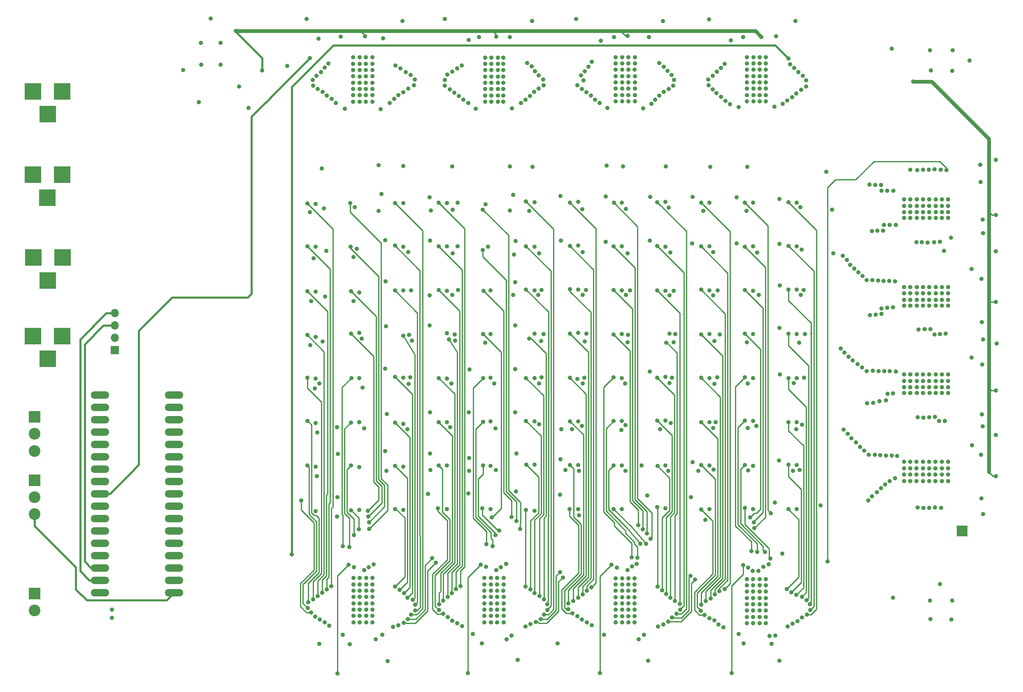
<source format=gbr>
G04 #@! TF.FileFunction,Copper,L3,Inr,Mixed*
%FSLAX46Y46*%
G04 Gerber Fmt 4.6, Leading zero omitted, Abs format (unit mm)*
G04 Created by KiCad (PCBNEW 4.0.2-stable) date Monday, November 12, 2018 'PMt' 10:07:05 PM*
%MOMM*%
G01*
G04 APERTURE LIST*
%ADD10C,0.100000*%
%ADD11R,3.500120X3.500120*%
%ADD12O,3.810000X1.524000*%
%ADD13R,2.235200X2.235200*%
%ADD14R,3.500000X3.500000*%
%ADD15C,2.400000*%
%ADD16R,2.400000X2.400000*%
%ADD17R,1.700000X1.700000*%
%ADD18O,1.700000X1.700000*%
%ADD19C,0.889000*%
%ADD20C,0.254000*%
%ADD21C,0.400000*%
%ADD22C,0.800000*%
G04 APERTURE END LIST*
D10*
D11*
X47120140Y-97550000D03*
X41120660Y-97550000D03*
X44120400Y-102249000D03*
D12*
X54970000Y-142790000D03*
X54970000Y-145330000D03*
X54970000Y-147870000D03*
X54970000Y-150410000D03*
X54970000Y-152950000D03*
X54970000Y-155490000D03*
X54970000Y-158030000D03*
X54970000Y-160570000D03*
X54970000Y-163110000D03*
X54970000Y-165650000D03*
X54970000Y-168190000D03*
X54970000Y-170730000D03*
X54970000Y-173270000D03*
X54970000Y-175810000D03*
X54970000Y-178350000D03*
X54970000Y-180890000D03*
X54970000Y-183430000D03*
X70210000Y-142790000D03*
X70210000Y-145330000D03*
X70210000Y-147870000D03*
X70210000Y-150410000D03*
X70210000Y-152950000D03*
X70210000Y-155490000D03*
X70210000Y-158030000D03*
X70210000Y-160570000D03*
X70210000Y-163110000D03*
X70210000Y-165650000D03*
X70210000Y-168190000D03*
X70210000Y-170730000D03*
X70210000Y-173270000D03*
X70210000Y-175810000D03*
X70210000Y-178350000D03*
X70210000Y-180890000D03*
X70210000Y-183430000D03*
D13*
X232310000Y-170790000D03*
D11*
X47170140Y-80400000D03*
X41170660Y-80400000D03*
X44170400Y-85099000D03*
D14*
X47170000Y-130700000D03*
X41170000Y-130700000D03*
X44170000Y-135400000D03*
D15*
X41470000Y-163800000D03*
X41470000Y-167300000D03*
D16*
X41470000Y-160300000D03*
D17*
X57970000Y-133600000D03*
D18*
X57970000Y-131060000D03*
X57970000Y-128520000D03*
X57970000Y-125980000D03*
D15*
X41470000Y-187100000D03*
D16*
X41470000Y-183600000D03*
D15*
X41470000Y-150800000D03*
X41470000Y-154300000D03*
D16*
X41470000Y-147300000D03*
D14*
X47220000Y-114550000D03*
X41220000Y-114550000D03*
X44220000Y-119250000D03*
D19*
X106350000Y-194025000D03*
X133475000Y-193900000D03*
X149075000Y-193825000D03*
X193075000Y-193975000D03*
X227770000Y-181700000D03*
X236325000Y-164100000D03*
X236175000Y-155100000D03*
X236375000Y-146775000D03*
X236425000Y-136550000D03*
X236275000Y-118975000D03*
X236525000Y-106775000D03*
X236100000Y-99000000D03*
X233870000Y-74050000D03*
X194070000Y-69040000D03*
X187240000Y-69240000D03*
X167880000Y-69200000D03*
X160640000Y-69220000D03*
X139220000Y-69210000D03*
X132910000Y-69210000D03*
X113180000Y-69520000D03*
X104440000Y-69160000D03*
X72020000Y-76000000D03*
X161050000Y-180460000D03*
X162350000Y-180460000D03*
X161050000Y-181760000D03*
X162350000Y-181760000D03*
X163650000Y-181760000D03*
X164950000Y-181760000D03*
X164950000Y-180460000D03*
X163650000Y-180460000D03*
X85500000Y-83780000D03*
X225830000Y-188870000D03*
X230140000Y-188930000D03*
X230270000Y-185040000D03*
X225730000Y-185090000D03*
X225840000Y-76100000D03*
X230260000Y-76140000D03*
X230390000Y-71970000D03*
X225730000Y-71960000D03*
X75760000Y-74920000D03*
X79780000Y-74920000D03*
X79780000Y-70440000D03*
X75690000Y-70440000D03*
X188020000Y-188430000D03*
X189320000Y-188430000D03*
X190620000Y-188430000D03*
X191920000Y-188430000D03*
X188020000Y-189730000D03*
X189320000Y-189730000D03*
X190620000Y-189730000D03*
X191920000Y-189730000D03*
X188020000Y-180630000D03*
X189320000Y-180630000D03*
X190620000Y-180630000D03*
X191920000Y-180630000D03*
X191920000Y-181930000D03*
X190620000Y-181930000D03*
X189320000Y-181930000D03*
X188020000Y-181930000D03*
X161050000Y-189560000D03*
X162350000Y-189560000D03*
X163650000Y-189560000D03*
X164950000Y-189560000D03*
X164950000Y-188260000D03*
X163650000Y-188260000D03*
X162350000Y-188260000D03*
X161050000Y-188260000D03*
X134050000Y-189530000D03*
X135350000Y-189530000D03*
X136650000Y-189530000D03*
X137950000Y-189530000D03*
X137950000Y-188230000D03*
X136650000Y-188230000D03*
X135350000Y-188230000D03*
X134050000Y-188230000D03*
X137950000Y-181730000D03*
X136650000Y-181730000D03*
X135350000Y-181730000D03*
X134050000Y-181730000D03*
X135350000Y-180430000D03*
X136650000Y-180430000D03*
X137950000Y-180430000D03*
X110970000Y-189520000D03*
X109670000Y-189520000D03*
X108370000Y-189520000D03*
X107070000Y-188220000D03*
X108370000Y-188220000D03*
X109670000Y-188220000D03*
X110970000Y-188220000D03*
X107070000Y-189520000D03*
X110970000Y-180420000D03*
X109670000Y-180420000D03*
X108370000Y-180420000D03*
X107070000Y-180420000D03*
X109670000Y-181720000D03*
X110970000Y-181720000D03*
X108370000Y-181720000D03*
X107070000Y-181720000D03*
X221640000Y-160470000D03*
X221640000Y-159170000D03*
X221640000Y-157870000D03*
X221640000Y-156570000D03*
X220340000Y-156570000D03*
X220340000Y-157870000D03*
X220340000Y-159170000D03*
X220340000Y-160470000D03*
X229440000Y-160470000D03*
X229440000Y-159170000D03*
X229440000Y-157870000D03*
X229440000Y-156570000D03*
X228140000Y-160470000D03*
X228140000Y-159170000D03*
X228140000Y-157870000D03*
X228140000Y-156570000D03*
X221670000Y-138610000D03*
X221670000Y-139910000D03*
X221670000Y-141210000D03*
X221670000Y-142420000D03*
X220370000Y-142420000D03*
X220370000Y-141210000D03*
X220370000Y-139910000D03*
X220370000Y-138610000D03*
X229470000Y-138610000D03*
X229470000Y-139910000D03*
X229470000Y-141210000D03*
X229470000Y-142420000D03*
X228150000Y-142420000D03*
X228170000Y-141210000D03*
X228170000Y-139910000D03*
X228170000Y-138610000D03*
X220360000Y-120620000D03*
X220360000Y-121920000D03*
X220360000Y-123220000D03*
X220360000Y-124410000D03*
X221660000Y-124410000D03*
X221660000Y-123220000D03*
X221660000Y-121920000D03*
X221660000Y-120620000D03*
X229460000Y-121920000D03*
X229460000Y-120620000D03*
X229460000Y-123220000D03*
X229460000Y-124410000D03*
X228160000Y-124410000D03*
X228160000Y-123220000D03*
X228160000Y-121920000D03*
X228160000Y-120620000D03*
X220370000Y-103930000D03*
X220360000Y-102630000D03*
X220370000Y-106410000D03*
X220370000Y-105230000D03*
X221670000Y-102630000D03*
X221670000Y-106410000D03*
X221670000Y-105230000D03*
X221670000Y-103930000D03*
X229470000Y-105230000D03*
X229470000Y-103930000D03*
X229470000Y-102630000D03*
X229470000Y-106410000D03*
X228170000Y-106410000D03*
X228170000Y-105230000D03*
X228170000Y-103930000D03*
X228170000Y-102630000D03*
X188040000Y-81150000D03*
X189360000Y-81150000D03*
X190660000Y-81150000D03*
X191960000Y-81150000D03*
X188060000Y-82450000D03*
X189360000Y-82450000D03*
X190660000Y-82450000D03*
X191960000Y-82450000D03*
X188060000Y-74650000D03*
X189360000Y-74650000D03*
X190660000Y-74650000D03*
X191960000Y-74650000D03*
X188060000Y-73350000D03*
X189360000Y-73350000D03*
X190660000Y-73350000D03*
X191960000Y-73350000D03*
X164960000Y-82450000D03*
X163660000Y-82450000D03*
X162360000Y-82450000D03*
X161060000Y-82450000D03*
X164960000Y-81150000D03*
X163660000Y-81150000D03*
X162360000Y-81150000D03*
X161060000Y-81150000D03*
X164960000Y-73350000D03*
X163660000Y-73350000D03*
X162360000Y-73350000D03*
X161060000Y-74650000D03*
X162360000Y-74650000D03*
X163660000Y-74650000D03*
X164960000Y-74650000D03*
X161060000Y-73350000D03*
X137900000Y-82540000D03*
X136770000Y-82530000D03*
X135470000Y-82530000D03*
X134170000Y-82530000D03*
X136770000Y-81230000D03*
X135470000Y-81230000D03*
X134170000Y-81230000D03*
X137900000Y-81240000D03*
X134170000Y-73430000D03*
X135470000Y-73430000D03*
X136770000Y-73430000D03*
X137890000Y-73430000D03*
X137890000Y-74750000D03*
X136770000Y-74730000D03*
X135470000Y-74730000D03*
X134170000Y-74730000D03*
X107040000Y-82510000D03*
X108340000Y-82510000D03*
X109640000Y-82510000D03*
X110940000Y-82510000D03*
X110940000Y-81210000D03*
X109640000Y-81210000D03*
X108340000Y-81210000D03*
X107040000Y-81210000D03*
X107040000Y-74710000D03*
X108340000Y-74710000D03*
X109640000Y-74710000D03*
X110940000Y-74710000D03*
X110940000Y-73410000D03*
X109640000Y-73410000D03*
X108340000Y-73410000D03*
X107040000Y-73410000D03*
X107040000Y-79910000D03*
X108340000Y-79910000D03*
X109640000Y-79910000D03*
X110940000Y-79910000D03*
X110940000Y-78610000D03*
X109640000Y-78610000D03*
X108340000Y-78610000D03*
X107040000Y-78610000D03*
X107040000Y-77310000D03*
X108340000Y-77340000D03*
X109640000Y-77300000D03*
X110940000Y-77310000D03*
X110940000Y-76010000D03*
X109640000Y-76010000D03*
X108340000Y-76010000D03*
X107040000Y-76010000D03*
X188020000Y-187130000D03*
X189320000Y-187130000D03*
X190620000Y-187130000D03*
X191920000Y-187130000D03*
X191920000Y-185830000D03*
X190620000Y-185830000D03*
X189320000Y-185830000D03*
X188020000Y-185830000D03*
X188020000Y-184530000D03*
X189320000Y-184530000D03*
X190620000Y-184530000D03*
X191920000Y-184530000D03*
X191920000Y-183230000D03*
X190620000Y-183230000D03*
X189320000Y-183230000D03*
X188020000Y-183230000D03*
X161050000Y-186960000D03*
X162350000Y-186960000D03*
X163650000Y-186960000D03*
X164950000Y-186960000D03*
X164950000Y-185660000D03*
X163650000Y-185660000D03*
X162350000Y-185660000D03*
X161050000Y-185660000D03*
X161050000Y-184360000D03*
X162350000Y-184360000D03*
X163650000Y-184360000D03*
X164950000Y-184360000D03*
X164950000Y-183060000D03*
X163650000Y-183060000D03*
X162350000Y-183060000D03*
X161050000Y-183060000D03*
X134050000Y-186930000D03*
X135350000Y-186930000D03*
X136650000Y-186930000D03*
X137950000Y-186930000D03*
X137950000Y-185630000D03*
X136650000Y-185630000D03*
X135350000Y-185630000D03*
X134050000Y-185630000D03*
X134050000Y-184330000D03*
X135350000Y-184330000D03*
X136650000Y-184330000D03*
X137950000Y-184330000D03*
X137940000Y-183030000D03*
X136650000Y-183030000D03*
X135350000Y-183030000D03*
X134050000Y-183030000D03*
X107070000Y-186920000D03*
X108370000Y-186920000D03*
X109670000Y-186920000D03*
X110970000Y-186920000D03*
X110970000Y-185620000D03*
X109670000Y-185620000D03*
X108370000Y-185620000D03*
X107070000Y-185620000D03*
X107070000Y-184320000D03*
X108370000Y-184320000D03*
X109670000Y-184320000D03*
X110970000Y-184320000D03*
X110970000Y-183020000D03*
X109670000Y-183020000D03*
X108370000Y-183020000D03*
X107070000Y-183020000D03*
X222940000Y-160470000D03*
X224240000Y-160470000D03*
X225540000Y-160470000D03*
X226840000Y-160470000D03*
X226840000Y-159170000D03*
X225540000Y-159170000D03*
X224240000Y-159170000D03*
X222940000Y-159170000D03*
X222940000Y-157870000D03*
X224230000Y-157870000D03*
X225540000Y-157870000D03*
X226840000Y-157870000D03*
X226840000Y-156570000D03*
X225540000Y-156570000D03*
X224240000Y-156570000D03*
X222940000Y-156570000D03*
X222970000Y-142420000D03*
X224280000Y-142420000D03*
X225580000Y-142420000D03*
X226870000Y-142420000D03*
X226870000Y-141210000D03*
X225570000Y-141210000D03*
X224270000Y-141210000D03*
X222970000Y-141210000D03*
X222970000Y-139910000D03*
X224270000Y-139910000D03*
X225570000Y-139910000D03*
X226870000Y-139910000D03*
X226870000Y-138610000D03*
X225570000Y-138610000D03*
X224270000Y-138610000D03*
X222970000Y-138610000D03*
X222960000Y-124400000D03*
X224260000Y-124400000D03*
X225560000Y-124400000D03*
X226860000Y-124400000D03*
X226860000Y-123220000D03*
X225560000Y-123220000D03*
X224260000Y-123220000D03*
X222960000Y-123220000D03*
X222960000Y-121920000D03*
X224260000Y-121920000D03*
X225560000Y-121920000D03*
X226860000Y-121920000D03*
X226860000Y-120620000D03*
X225560000Y-120620000D03*
X224260000Y-120620000D03*
X222960000Y-120620000D03*
X226860000Y-106400000D03*
X225580000Y-106400000D03*
X224260000Y-106400000D03*
X222970000Y-106400000D03*
X222970000Y-105230000D03*
X224270000Y-105230000D03*
X225570000Y-105240000D03*
X226870000Y-105230000D03*
X226870000Y-103930000D03*
X225570000Y-103930000D03*
X224270000Y-103930000D03*
X222970000Y-103930000D03*
X226870000Y-102630000D03*
X225570000Y-102630000D03*
X224270000Y-102630000D03*
X222970000Y-102630000D03*
X191960000Y-79850000D03*
X190660000Y-79850000D03*
X189360000Y-79850000D03*
X188060000Y-79850000D03*
X188060000Y-78550000D03*
X189360000Y-78550000D03*
X190660000Y-78550000D03*
X191960000Y-78550000D03*
X191960000Y-77250000D03*
X190660000Y-77250000D03*
X189360000Y-77250000D03*
X188060000Y-77240000D03*
X191960000Y-75950000D03*
X190660000Y-75950000D03*
X189360000Y-75950000D03*
X188060000Y-75950000D03*
X161060000Y-79850000D03*
X162360000Y-79850000D03*
X163660000Y-79850000D03*
X164960000Y-79850000D03*
X164960000Y-78550000D03*
X163660000Y-78550000D03*
X162360000Y-78550000D03*
X161060000Y-78550000D03*
X161060000Y-77250000D03*
X162360000Y-77250000D03*
X163660000Y-77250000D03*
X164960000Y-77250000D03*
X164940000Y-75950000D03*
X163660000Y-75950000D03*
X162360000Y-75950000D03*
X161060000Y-75950000D03*
X137900000Y-79930000D03*
X137900000Y-78630000D03*
X137900000Y-76030000D03*
X137900000Y-77330000D03*
X136770000Y-79930000D03*
X136770000Y-78630000D03*
X136770000Y-77330000D03*
X135470000Y-79930000D03*
X135470000Y-78630000D03*
X135470000Y-77330000D03*
X136770000Y-76030000D03*
X135470000Y-76030000D03*
X134170000Y-79930000D03*
X134170000Y-78630000D03*
X134170000Y-77330000D03*
X134170000Y-76030000D03*
X236375000Y-127825000D03*
X187375000Y-193825000D03*
X100050000Y-193950000D03*
X77700000Y-65400000D03*
X189250000Y-178925000D03*
X134050000Y-180430000D03*
X109275000Y-178800000D03*
X136480000Y-178835000D03*
X192650000Y-192350000D03*
X190440000Y-178995000D03*
X163480000Y-178815000D03*
X111650000Y-193000000D03*
X138575000Y-193025000D03*
X165725000Y-193000000D03*
X227875000Y-96525000D03*
X101000000Y-104425000D03*
X101925000Y-74625000D03*
X99300000Y-103550000D03*
X102550000Y-182125000D03*
X97600000Y-103450000D03*
X101500000Y-113200000D03*
X218650000Y-107825000D03*
X101175000Y-75525000D03*
X99300000Y-112300000D03*
X101600000Y-182775000D03*
X97625000Y-112225000D03*
X207775000Y-114225000D03*
X101250000Y-122550000D03*
X100400000Y-76450000D03*
X99300000Y-121550000D03*
X100650000Y-183425000D03*
X97600000Y-121450000D03*
X100700000Y-131800000D03*
X218050000Y-124775000D03*
X99500000Y-77175000D03*
X99300000Y-130850000D03*
X99700000Y-184100000D03*
X97600000Y-130475000D03*
X100050000Y-140475000D03*
X207300000Y-133250000D03*
X98725000Y-78050000D03*
X99300000Y-139450000D03*
X98825000Y-184850000D03*
X97575000Y-139250000D03*
X103700000Y-149425000D03*
X218125000Y-142450000D03*
X98750000Y-79250000D03*
X99300000Y-148550000D03*
X97775000Y-185425000D03*
X97600000Y-148125000D03*
X103850000Y-154925000D03*
X207950000Y-149925000D03*
X99725000Y-79875000D03*
X99300000Y-157525000D03*
X97675000Y-186600000D03*
X97575000Y-157275000D03*
X103825000Y-163825000D03*
X218475000Y-159925000D03*
X100725000Y-80525000D03*
X99300000Y-166700000D03*
X98325000Y-187550000D03*
X96375000Y-164475000D03*
X112825000Y-101525000D03*
X226675000Y-96375000D03*
X101625000Y-81300000D03*
X107325000Y-104225000D03*
X110270000Y-170300000D03*
X106425000Y-103350000D03*
X99200000Y-188325000D03*
X217450000Y-107875000D03*
X113625000Y-111000000D03*
X102600000Y-81950000D03*
X107775000Y-112750000D03*
X110270000Y-169000000D03*
X106475000Y-112300000D03*
X100150000Y-188975000D03*
X208575000Y-115075000D03*
X113650000Y-119425000D03*
X103425000Y-82775000D03*
X108300000Y-121700000D03*
X101125000Y-189575000D03*
X110170000Y-167800000D03*
X106550000Y-121475000D03*
X113800000Y-128700000D03*
X216900000Y-124875000D03*
X108300000Y-130050000D03*
X105300000Y-84000000D03*
X106600000Y-130200000D03*
X110070000Y-166600000D03*
X102075000Y-190225000D03*
X113625000Y-137425000D03*
X208125000Y-134125000D03*
X108300000Y-139325000D03*
X112700000Y-84025000D03*
X115175000Y-190450000D03*
X104850000Y-173900000D03*
X106625000Y-139325000D03*
X113925000Y-146750000D03*
X216975000Y-142575000D03*
X114575000Y-82750000D03*
X108300000Y-148425000D03*
X106575000Y-148450000D03*
X106250000Y-174025000D03*
X116325000Y-190125000D03*
X113625000Y-154325000D03*
X208750000Y-150800000D03*
X115450000Y-81950000D03*
X108300000Y-157600000D03*
X107175000Y-171600000D03*
X124025000Y-177300000D03*
X117400000Y-189675000D03*
X106600000Y-157250000D03*
X217450000Y-160500000D03*
X103675000Y-167825000D03*
X116350000Y-81200000D03*
X108300000Y-166475000D03*
X108150000Y-170425000D03*
X118225000Y-188850000D03*
X123300000Y-176375000D03*
X106600000Y-166525000D03*
X122775000Y-102150000D03*
X225475000Y-96500000D03*
X117350000Y-80550000D03*
X117300000Y-103350000D03*
X118975000Y-187975000D03*
X115600000Y-103325000D03*
X122800000Y-111100000D03*
X216225000Y-107850000D03*
X118325000Y-79825000D03*
X117300000Y-112350000D03*
X119750000Y-187125000D03*
X115600000Y-112075000D03*
X209275000Y-116025000D03*
X118900000Y-121325000D03*
X119500000Y-79175000D03*
X117300000Y-121325000D03*
X119775000Y-185950000D03*
X115600000Y-121325000D03*
X122775000Y-128525000D03*
X215750000Y-125000000D03*
X119725000Y-77950000D03*
X118530000Y-130450000D03*
X119275000Y-184900000D03*
X117290000Y-130640000D03*
X118750000Y-139200000D03*
X208950000Y-134950000D03*
X118875000Y-77050000D03*
X117300000Y-139225000D03*
X118200000Y-184450000D03*
X115600000Y-139050000D03*
X122850000Y-146375000D03*
X216675000Y-143950000D03*
X117800000Y-76400000D03*
X117300000Y-148725000D03*
X117500000Y-183525000D03*
X115600000Y-148500000D03*
X122825000Y-154850000D03*
X209550000Y-151675000D03*
X116700000Y-75700000D03*
X117300000Y-157550000D03*
X116550000Y-182825000D03*
X115600000Y-157375000D03*
X122450000Y-163150000D03*
X216500000Y-161200000D03*
X115725000Y-75050000D03*
X117300000Y-166450000D03*
X115600000Y-182175000D03*
X115600000Y-166275000D03*
X128550000Y-103275000D03*
X224275000Y-96525000D03*
X129375000Y-75075000D03*
X126300000Y-103350000D03*
X124600000Y-103295000D03*
X129140000Y-182075000D03*
X128550000Y-112250000D03*
X216075000Y-109050000D03*
X128400000Y-75700000D03*
X126300000Y-112275000D03*
X124600000Y-112235000D03*
X128170000Y-182715000D03*
X210125000Y-116825000D03*
X128575000Y-121200000D03*
X127400000Y-76375000D03*
X126300000Y-121375000D03*
X124590000Y-121245000D03*
X127350000Y-183515000D03*
X127950000Y-130325000D03*
X215725000Y-126175000D03*
X126425000Y-76975000D03*
X126300000Y-130140000D03*
X126480000Y-184275000D03*
X126750000Y-131410000D03*
X130925000Y-137600000D03*
X209825000Y-135725000D03*
X125925000Y-78025000D03*
X126300000Y-139400000D03*
X125570000Y-185055000D03*
X124620000Y-139335000D03*
X130800000Y-146375000D03*
X215250000Y-144050000D03*
X125925000Y-79200000D03*
X126300000Y-148375000D03*
X124590000Y-148385000D03*
X124690000Y-185855000D03*
X130850000Y-155800000D03*
X210425000Y-152550000D03*
X126875000Y-79975000D03*
X126300000Y-157325000D03*
X124620000Y-157265000D03*
X124690000Y-187025000D03*
X130750000Y-163075000D03*
X215600000Y-161950000D03*
X127850000Y-80650000D03*
X126300000Y-166250000D03*
X124420000Y-166085000D03*
X125570000Y-187785000D03*
X139950000Y-101675000D03*
X223050000Y-96625000D03*
X128800000Y-81350000D03*
X134300000Y-103575000D03*
X133680000Y-104675000D03*
X126510000Y-188465000D03*
X141410000Y-170325000D03*
X140425000Y-111125000D03*
X214900000Y-109050000D03*
X129700000Y-82125000D03*
X134800000Y-112350000D03*
X133690000Y-113025000D03*
X127430000Y-189175000D03*
X140590000Y-168745000D03*
X210975000Y-117600000D03*
X140400000Y-119625000D03*
X130675000Y-82800000D03*
X135275000Y-121350000D03*
X133800000Y-121385000D03*
X128450000Y-189725000D03*
X139620000Y-167845000D03*
X140400000Y-128500000D03*
X214525000Y-126275000D03*
X132275000Y-83975000D03*
X135300000Y-130275000D03*
X133740000Y-130305000D03*
X129460000Y-190295000D03*
X135510000Y-167975000D03*
X140325000Y-137500000D03*
X210775000Y-136425000D03*
X139700000Y-83925000D03*
X135300000Y-139275000D03*
X133740000Y-139305000D03*
X142480000Y-190355000D03*
X134460000Y-173485000D03*
X214000000Y-144400000D03*
X140375000Y-146375000D03*
X141550000Y-82750000D03*
X135300000Y-148225000D03*
X135710000Y-173885000D03*
X143530000Y-189885000D03*
X133720000Y-148335000D03*
X140625000Y-154875000D03*
X211325000Y-153475000D03*
X142475000Y-82075000D03*
X135300000Y-157350000D03*
X136320000Y-171625000D03*
X144600000Y-189445000D03*
X150170000Y-180285000D03*
X133760000Y-157325000D03*
X140500000Y-162600000D03*
X214750000Y-162825000D03*
X143400000Y-81325000D03*
X135300000Y-166300000D03*
X137030000Y-170685000D03*
X145620000Y-188895000D03*
X149570000Y-179215000D03*
X133600000Y-166075000D03*
X149700000Y-101925000D03*
X221625000Y-96500000D03*
X144225000Y-80500000D03*
X144300000Y-103150000D03*
X142600000Y-103055000D03*
X146290000Y-187925000D03*
X149725000Y-111100000D03*
X213725000Y-109100000D03*
X145200000Y-79825000D03*
X144300000Y-112300000D03*
X142600000Y-112275000D03*
X146980000Y-186975000D03*
X211825000Y-118375000D03*
X145800000Y-121250000D03*
X146200000Y-79150000D03*
X144300000Y-121275000D03*
X142600000Y-121165000D03*
X146930000Y-185805000D03*
X146200000Y-130275000D03*
X213375000Y-126350000D03*
X146125000Y-77925000D03*
X144300000Y-130200000D03*
X146320000Y-184835000D03*
X143230000Y-131250000D03*
X145800000Y-139200000D03*
X211775000Y-137125000D03*
X145225000Y-77150000D03*
X144300000Y-139325000D03*
X142600000Y-139305000D03*
X145380000Y-184115000D03*
X145275000Y-148850000D03*
X212750000Y-144475000D03*
X144400000Y-76250000D03*
X144300000Y-148225000D03*
X142600000Y-148155000D03*
X144370000Y-183505000D03*
X149650000Y-156025000D03*
X212175000Y-154275000D03*
X143750000Y-75275000D03*
X144300000Y-157150000D03*
X142610000Y-157085000D03*
X143500000Y-182745000D03*
X149550000Y-163300000D03*
X213750000Y-163600000D03*
X142800000Y-74600000D03*
X144300000Y-166575000D03*
X142600000Y-166445000D03*
X142510000Y-182165000D03*
X158975000Y-102025000D03*
X213275000Y-99550000D03*
X156075000Y-74350000D03*
X153300000Y-103100000D03*
X151600000Y-103275000D03*
X156050000Y-182385000D03*
X222875000Y-111400000D03*
X158950000Y-111325000D03*
X155425000Y-75300000D03*
X153300000Y-112100000D03*
X151600000Y-112185000D03*
X155060000Y-182995000D03*
X212625000Y-119225000D03*
X154950000Y-121200000D03*
X153300000Y-121100000D03*
X154700000Y-76250000D03*
X151660000Y-121055000D03*
X154270000Y-183825000D03*
X155025000Y-130200000D03*
X223350000Y-129350000D03*
X153300000Y-130050000D03*
X153875000Y-77075000D03*
X151600000Y-130205000D03*
X153310000Y-184465000D03*
X212675000Y-137875000D03*
X154550000Y-139250000D03*
X154440000Y-78120000D03*
X153150000Y-139540000D03*
X151590000Y-139275000D03*
X152340000Y-185125000D03*
X154100000Y-149150000D03*
X223175000Y-147425000D03*
X153170000Y-79180000D03*
X153300000Y-148225000D03*
X151630000Y-148195000D03*
X151310000Y-185625000D03*
X153500000Y-158400000D03*
X213100000Y-155100000D03*
X154100000Y-79875000D03*
X153300000Y-157200000D03*
X151290000Y-186805000D03*
X151620000Y-157215000D03*
X153450000Y-167575000D03*
X212975000Y-164450000D03*
X155025000Y-80575000D03*
X153300000Y-166275000D03*
X151510000Y-166245000D03*
X152130000Y-187655000D03*
X168100000Y-102100000D03*
X214450000Y-99675000D03*
X155925000Y-81300000D03*
X162300000Y-103300000D03*
X153120000Y-188295000D03*
X160660000Y-103305000D03*
X168230000Y-172345000D03*
X224050000Y-111400000D03*
X168075000Y-111050000D03*
X156775000Y-82100000D03*
X162300000Y-112275000D03*
X154100000Y-188915000D03*
X160600000Y-112275000D03*
X167490000Y-171255000D03*
X213850000Y-119225000D03*
X164000000Y-121275000D03*
X157700000Y-82800000D03*
X162300000Y-121300000D03*
X160600000Y-121255000D03*
X155090000Y-189555000D03*
X166600000Y-170435000D03*
X163575000Y-130425000D03*
X224600000Y-129275000D03*
X159300000Y-83775000D03*
X162300000Y-130300000D03*
X160600000Y-130355000D03*
X156090000Y-190145000D03*
X165670000Y-169565000D03*
X168050000Y-137950000D03*
X213925000Y-137850000D03*
X166700000Y-83900000D03*
X162300000Y-139350000D03*
X169740000Y-190435000D03*
X160580000Y-139185000D03*
X164310000Y-176130000D03*
X163050000Y-149025000D03*
X224375000Y-147450000D03*
X168375000Y-82925000D03*
X162300000Y-148150000D03*
X170810000Y-189965000D03*
X160600000Y-148185000D03*
X165530000Y-176290000D03*
X166375000Y-157300000D03*
X214325000Y-155100000D03*
X169175000Y-82075000D03*
X162300000Y-157300000D03*
X160600000Y-157265000D03*
X166080000Y-173360000D03*
X171860000Y-189375000D03*
X177360000Y-180715000D03*
X167525000Y-163450000D03*
X223175000Y-165925000D03*
X170025000Y-81275000D03*
X162300000Y-166275000D03*
X160610000Y-166225000D03*
X167260000Y-173390000D03*
X176430000Y-179955000D03*
X172660000Y-188515000D03*
X176875000Y-102100000D03*
X215625000Y-99675000D03*
X170900000Y-80525000D03*
X171300000Y-103100000D03*
X169600000Y-103195000D03*
X173540000Y-187765000D03*
X225225000Y-111500000D03*
X176800000Y-111625000D03*
X171900000Y-79925000D03*
X171300000Y-112325000D03*
X169600000Y-112185000D03*
X174280000Y-186885000D03*
X215025000Y-119300000D03*
X172950000Y-121400000D03*
X172850000Y-79225000D03*
X171300000Y-121425000D03*
X169610000Y-121335000D03*
X174220000Y-185725000D03*
X173275000Y-130250000D03*
X225750000Y-129300000D03*
X173050000Y-78075000D03*
X172110000Y-130230000D03*
X173230000Y-185135000D03*
X171430000Y-132030000D03*
X172600000Y-139250000D03*
X215100000Y-137875000D03*
X172575000Y-77000000D03*
X171300000Y-139100000D03*
X169600000Y-139275000D03*
X172290000Y-184455000D03*
X172325000Y-148550000D03*
X225550000Y-147375000D03*
X171725000Y-76175000D03*
X171300000Y-148025000D03*
X169610000Y-148045000D03*
X171420000Y-183695000D03*
X215500000Y-155175000D03*
X176825000Y-156600000D03*
X170950000Y-75300000D03*
X171300000Y-157250000D03*
X169620000Y-157415000D03*
X170580000Y-182905000D03*
X176525000Y-163850000D03*
X224325000Y-166025000D03*
X170025000Y-74600000D03*
X171300000Y-166125000D03*
X169610000Y-165825000D03*
X169660000Y-182175000D03*
X185900000Y-102200000D03*
X215725000Y-100850000D03*
X180300000Y-103275000D03*
X183475000Y-74700000D03*
X178610000Y-103235000D03*
X183450000Y-182665000D03*
X226525000Y-111425000D03*
X185875000Y-111650000D03*
X180300000Y-112250000D03*
X182725000Y-75575000D03*
X178600000Y-112285000D03*
X182380000Y-183145000D03*
X216175000Y-119375000D03*
X182000000Y-121300000D03*
X180300000Y-121275000D03*
X181875000Y-76375000D03*
X178610000Y-121165000D03*
X181430000Y-183825000D03*
X182425000Y-130350000D03*
X226600000Y-130325000D03*
X180300000Y-130250000D03*
X180975000Y-77225000D03*
X178620000Y-130375000D03*
X180580000Y-184615000D03*
X181925000Y-139200000D03*
X216275000Y-137875000D03*
X180075000Y-78000000D03*
X180300000Y-139300000D03*
X178610000Y-139295000D03*
X179530000Y-185165000D03*
X181575000Y-148400000D03*
X226725000Y-147325000D03*
X180300000Y-148400000D03*
X180125000Y-79175000D03*
X178600000Y-148365000D03*
X178620000Y-185945000D03*
X216650000Y-155225000D03*
X181150000Y-158125000D03*
X180300000Y-157325000D03*
X180975000Y-79950000D03*
X178610000Y-157175000D03*
X178530000Y-187145000D03*
X179475000Y-168475000D03*
X225500000Y-166025000D03*
X180300000Y-166300000D03*
X181775000Y-80775000D03*
X178610000Y-166355000D03*
X179290000Y-188015000D03*
X194700000Y-102525000D03*
X216925000Y-100825000D03*
X189300000Y-103275000D03*
X182700000Y-81550000D03*
X192970000Y-167100000D03*
X187600000Y-103255000D03*
X180310000Y-188685000D03*
X194675000Y-111700000D03*
X227700000Y-111325000D03*
X189300000Y-112250000D03*
X183600000Y-82325000D03*
X189570000Y-170200000D03*
X187600000Y-112315000D03*
X181360000Y-189165000D03*
X217325000Y-119400000D03*
X194775000Y-120325000D03*
X189300000Y-121400000D03*
X184575000Y-83000000D03*
X189470000Y-169000000D03*
X182200000Y-189985000D03*
X187600000Y-121255000D03*
X194675000Y-129050000D03*
X227750000Y-130250000D03*
X186300000Y-83625000D03*
X189300000Y-130275000D03*
X188670000Y-168000000D03*
X183230000Y-190535000D03*
X187600000Y-130235000D03*
X217425000Y-137900000D03*
X194775000Y-138550000D03*
X189300000Y-139350000D03*
X193700000Y-83550000D03*
X195270000Y-175400000D03*
X187600000Y-139205000D03*
X188920000Y-174935000D03*
X196370000Y-190385000D03*
X189950000Y-149175000D03*
X227600000Y-148150000D03*
X195375000Y-82925000D03*
X189300000Y-148150000D03*
X187620000Y-148085000D03*
X197400000Y-189845000D03*
X190150000Y-175055000D03*
X217800000Y-155300000D03*
X194650000Y-156275000D03*
X189300000Y-157375000D03*
X196350000Y-82250000D03*
X191770000Y-175100000D03*
X198450000Y-189285000D03*
X187600000Y-157195000D03*
X193775000Y-164925000D03*
X226750000Y-165950000D03*
X197300000Y-81575000D03*
X189300000Y-166300000D03*
X192870000Y-176400000D03*
X199370000Y-188565000D03*
X187620000Y-166025000D03*
X199010000Y-104240000D03*
X218175000Y-100800000D03*
X198300000Y-103250000D03*
X198175000Y-80800000D03*
X196600000Y-103155000D03*
X200390000Y-187975000D03*
X228575000Y-113175000D03*
X199330000Y-112890000D03*
X198300000Y-112275000D03*
X199200000Y-80075000D03*
X201030000Y-187025000D03*
X196620000Y-112125000D03*
X218475000Y-119475000D03*
X199750000Y-121200000D03*
X198300000Y-121125000D03*
X200250000Y-79425000D03*
X201020000Y-185855000D03*
X196620000Y-121125000D03*
X200000000Y-130275000D03*
X228900000Y-130225000D03*
X198300000Y-130250000D03*
X200200000Y-78150000D03*
X200300000Y-184965000D03*
X196590000Y-130205000D03*
X199800000Y-139275000D03*
X218650000Y-138000000D03*
X198300000Y-139325000D03*
X199525000Y-77200000D03*
X199340000Y-184295000D03*
X196620000Y-139365000D03*
X199350000Y-148875000D03*
X228775000Y-148125000D03*
X198300000Y-148400000D03*
X198625000Y-76450000D03*
X198230000Y-183905000D03*
X196620000Y-148375000D03*
X218950000Y-155350000D03*
X198870000Y-158200000D03*
X198300000Y-157200000D03*
X197775000Y-75625000D03*
X197210000Y-183335000D03*
X196600000Y-157105000D03*
X203200000Y-165500000D03*
X227975000Y-165975000D03*
X198300000Y-166225000D03*
X196925000Y-74825000D03*
X196580000Y-166275000D03*
X196200000Y-182705000D03*
X97460000Y-65530000D03*
X103825000Y-200025000D03*
X106100000Y-177675000D03*
X133280000Y-177685000D03*
X130625000Y-199950000D03*
X160170000Y-177735000D03*
X157825000Y-199975000D03*
X187260000Y-177775000D03*
X184875000Y-199950000D03*
X239250000Y-94500000D03*
X239260000Y-113300000D03*
X239390000Y-132200000D03*
X239280000Y-151000000D03*
X125860000Y-65550000D03*
X152930000Y-65540000D03*
X180200000Y-65570000D03*
X165380000Y-177525000D03*
X138460000Y-177565000D03*
X111275000Y-177650000D03*
X114150000Y-197475000D03*
X140850000Y-197250000D03*
X167750000Y-197425000D03*
X192520000Y-177645000D03*
X194750000Y-197400000D03*
X230000000Y-110475000D03*
X236650000Y-109500000D03*
X236600000Y-131350000D03*
X236575000Y-149275000D03*
X236600000Y-167250000D03*
X198000000Y-65960000D03*
X170740000Y-65910000D03*
X143800000Y-65940000D03*
X117150000Y-65930000D03*
X93450000Y-75175000D03*
X186325000Y-191925000D03*
X188270000Y-178315000D03*
X161250000Y-178265000D03*
X158675000Y-192050000D03*
X131650000Y-191900000D03*
X134340000Y-178145000D03*
X104850000Y-192075000D03*
X107175000Y-178200000D03*
X234325000Y-153150000D03*
X234250000Y-135125000D03*
X234225000Y-135125000D03*
X234275000Y-116875000D03*
X99870000Y-69540000D03*
X130770000Y-69820000D03*
X157930000Y-69960000D03*
X184750000Y-69890000D03*
X236040000Y-95510000D03*
X110250000Y-178200000D03*
X113000000Y-192050000D03*
X139600000Y-192250000D03*
X137440000Y-178175000D03*
X166825000Y-192050000D03*
X164370000Y-178075000D03*
X193900000Y-192300000D03*
X191380000Y-178125000D03*
X196550000Y-73600000D03*
X94375000Y-175575000D03*
X229125000Y-96625000D03*
X204600000Y-177050000D03*
X98150000Y-73575000D03*
X222250000Y-78360000D03*
X239290000Y-159510000D03*
X239270000Y-141850000D03*
X239230000Y-123680000D03*
X239260000Y-105820000D03*
X163490000Y-68950000D03*
X136430000Y-69180000D03*
X191000000Y-69200000D03*
X109470000Y-69090000D03*
X82875000Y-68000000D03*
X88290000Y-76120000D03*
X57370000Y-188600000D03*
X218070000Y-184500000D03*
X217870000Y-71600000D03*
X75270000Y-82600000D03*
X57370000Y-186900000D03*
X83550000Y-79425000D03*
X99620000Y-150550000D03*
X99570000Y-159500000D03*
X112270000Y-95600000D03*
X112270000Y-104950000D03*
X107070000Y-114450000D03*
X98370000Y-123500000D03*
X98170000Y-132550000D03*
X107120000Y-123550000D03*
X108820000Y-131200000D03*
X119120000Y-131650000D03*
X128020000Y-131600000D03*
X134170000Y-132100000D03*
X145720000Y-131750000D03*
X99120000Y-141500000D03*
X108920000Y-141300000D03*
X109270000Y-149700000D03*
X113820000Y-158350000D03*
X118420000Y-140500000D03*
X118170000Y-149800000D03*
X122920000Y-158250000D03*
X130870000Y-158350000D03*
X126970000Y-149400000D03*
X127270000Y-140450000D03*
X136020000Y-140450000D03*
X136270000Y-149700000D03*
X136420000Y-158250000D03*
X150670000Y-158250000D03*
X149820000Y-149800000D03*
X145270000Y-140450000D03*
X122770000Y-122350000D03*
X118370000Y-113450000D03*
X122970000Y-104850000D03*
X117370000Y-95700000D03*
X127520000Y-104700000D03*
X145070000Y-122200000D03*
X139970000Y-122200000D03*
X127370000Y-122250000D03*
X127420000Y-95850000D03*
X127520000Y-113700000D03*
X140070000Y-113900000D03*
X139220000Y-104900000D03*
X139270000Y-95800000D03*
X145270000Y-113650000D03*
X143270000Y-104950000D03*
X143920000Y-95900000D03*
X163470000Y-113650000D03*
X163170000Y-104550000D03*
X171320000Y-95800000D03*
X162520000Y-95800000D03*
X159170000Y-95650000D03*
X154170000Y-104600000D03*
X154220000Y-113400000D03*
X154220000Y-122250000D03*
X154670000Y-131800000D03*
X154220000Y-140450000D03*
X152070000Y-149850000D03*
X163020000Y-158350000D03*
X162170000Y-150000000D03*
X162970000Y-140450000D03*
X163470000Y-131950000D03*
X163170000Y-122250000D03*
X172970000Y-132000000D03*
X171970000Y-104250000D03*
X172320000Y-113500000D03*
X172120000Y-122350000D03*
X172070000Y-140400000D03*
X170170000Y-149850000D03*
X171820000Y-158350000D03*
X178020000Y-158350000D03*
X181120000Y-149550000D03*
X181320000Y-140500000D03*
X181370000Y-131700000D03*
X181120000Y-122300000D03*
X181070000Y-113450000D03*
X179020000Y-104950000D03*
X180520000Y-95950000D03*
X188120000Y-95900000D03*
X187970000Y-104950000D03*
X190170000Y-113500000D03*
X190520000Y-122250000D03*
X188020000Y-132000000D03*
X188220000Y-140450000D03*
X188220000Y-149600000D03*
X188270000Y-158300000D03*
X197670000Y-140400000D03*
X198170000Y-149800000D03*
X197520000Y-158350000D03*
X198820000Y-132100000D03*
X199120000Y-122250000D03*
X205770000Y-113650000D03*
X205570000Y-104750000D03*
X204370000Y-96950000D03*
X98870000Y-114700000D03*
X98120000Y-105250000D03*
X100570000Y-96250000D03*
D20*
X102550000Y-182125000D02*
X102550000Y-166100000D01*
X102825000Y-108675000D02*
X97600000Y-103450000D01*
X102825000Y-165825000D02*
X102825000Y-108675000D01*
X102550000Y-166100000D02*
X102825000Y-165825000D01*
X101600000Y-182775000D02*
X101600000Y-180666998D01*
X102300000Y-116900000D02*
X97625000Y-112225000D01*
X102300000Y-164916998D02*
X102300000Y-116900000D01*
X102041998Y-165175000D02*
X102300000Y-164916998D01*
X102041998Y-180225000D02*
X102041998Y-165175000D01*
X101600000Y-180666998D02*
X102041998Y-180225000D01*
X100650000Y-183425000D02*
X100650000Y-180858996D01*
X101791998Y-125641998D02*
X97600000Y-121450000D01*
X101791998Y-163175000D02*
X101791998Y-125641998D01*
X101533996Y-163433002D02*
X101791998Y-163175000D01*
X101533996Y-179975000D02*
X101533996Y-163433002D01*
X100650000Y-180858996D02*
X101533996Y-179975000D01*
X99700000Y-184100000D02*
X99700000Y-181050000D01*
X101025994Y-133900994D02*
X97600000Y-130475000D01*
X101025994Y-179724006D02*
X101025994Y-133900994D01*
X99700000Y-181050000D02*
X101025994Y-179724006D01*
X98825000Y-184850000D02*
X98825000Y-181192992D01*
X97600000Y-139275000D02*
X97575000Y-139250000D01*
X97600000Y-141332008D02*
X97600000Y-139275000D01*
X100517992Y-144250000D02*
X97600000Y-141332008D01*
X100517992Y-179500000D02*
X100517992Y-144250000D01*
X98825000Y-181192992D02*
X100517992Y-179500000D01*
X97775000Y-185425000D02*
X97775000Y-181500000D01*
X98425000Y-148950000D02*
X97600000Y-148125000D01*
X98425000Y-167025000D02*
X98425000Y-148950000D01*
X98950000Y-167550000D02*
X98425000Y-167025000D01*
X99400000Y-167550000D02*
X98950000Y-167550000D01*
X100009990Y-168159990D02*
X99400000Y-167550000D01*
X100009990Y-179265010D02*
X100009990Y-168159990D01*
X97775000Y-181500000D02*
X100009990Y-179265010D01*
X97675000Y-186600000D02*
X96700000Y-185625000D01*
X97916998Y-157616998D02*
X97575000Y-157275000D01*
X97916998Y-167291998D02*
X97916998Y-157616998D01*
X99475000Y-168850000D02*
X97916998Y-167291998D01*
X99475000Y-178975000D02*
X99475000Y-168850000D01*
X96700000Y-181750000D02*
X99475000Y-178975000D01*
X96700000Y-185625000D02*
X96700000Y-181750000D01*
X98325000Y-187550000D02*
X97425000Y-187550000D01*
X96375000Y-166475000D02*
X96375000Y-164475000D01*
X98950000Y-169050000D02*
X96375000Y-166475000D01*
X98950000Y-178781576D02*
X98950000Y-169050000D01*
X96191998Y-181539578D02*
X98950000Y-178781576D01*
X96191998Y-186316998D02*
X96191998Y-181539578D01*
X97425000Y-187550000D02*
X96191998Y-186316998D01*
X114085000Y-161285000D02*
X114085000Y-166485000D01*
X114085000Y-166485000D02*
X110270000Y-170300000D01*
X106425000Y-105250000D02*
X106425000Y-103350000D01*
X112775000Y-111600000D02*
X106425000Y-105250000D01*
X112775000Y-159975000D02*
X112775000Y-111600000D01*
X114085000Y-161285000D02*
X112775000Y-159975000D01*
X113260000Y-161210000D02*
X113291576Y-161210000D01*
X113470000Y-165800000D02*
X110270000Y-169000000D01*
X113470000Y-161388424D02*
X113470000Y-165800000D01*
X113291576Y-161210000D02*
X113470000Y-161388424D01*
X106475000Y-112675000D02*
X106475000Y-112300000D01*
X112250000Y-118450000D02*
X106475000Y-112675000D01*
X112250000Y-160200000D02*
X112250000Y-118450000D01*
X113260000Y-161210000D02*
X112250000Y-160200000D01*
X112950788Y-165019212D02*
X112950788Y-161619212D01*
X110820000Y-167150000D02*
X112950788Y-165019212D01*
X110820000Y-167150000D02*
X110170000Y-167800000D01*
X112600788Y-161269212D02*
X112750788Y-161419212D01*
X112750788Y-161419212D02*
X112950788Y-161619212D01*
X112750788Y-161419212D02*
X112950788Y-161619212D01*
X111741998Y-126666998D02*
X106550000Y-121475000D01*
X111741998Y-160410422D02*
X111741998Y-126666998D01*
X112600788Y-161269212D02*
X111741998Y-160410422D01*
X112275000Y-161725000D02*
X111233996Y-160683996D01*
X111233996Y-160683996D02*
X111233996Y-134833996D01*
X111233996Y-134833996D02*
X106600000Y-130200000D01*
X112275000Y-164300000D02*
X112275000Y-161725000D01*
X112275000Y-164395000D02*
X110070000Y-166600000D01*
X112275000Y-164300000D02*
X112275000Y-164395000D01*
X104850000Y-173900000D02*
X104850000Y-167475000D01*
X104733996Y-141216004D02*
X106625000Y-139325000D01*
X104733996Y-167358996D02*
X104733996Y-141216004D01*
X104850000Y-167475000D02*
X104733996Y-167358996D01*
X106250000Y-168150000D02*
X105241998Y-167141998D01*
X105241998Y-167141998D02*
X105241998Y-149783002D01*
X105241998Y-149783002D02*
X106575000Y-148450000D01*
X106250000Y-174025000D02*
X106250000Y-168150000D01*
X107175000Y-171600000D02*
X107175000Y-168325000D01*
X117400000Y-189675000D02*
X117900000Y-189675000D01*
X117900000Y-189675000D02*
X117925000Y-189700000D01*
X117925000Y-189700000D02*
X119786848Y-189700000D01*
X119786848Y-189700000D02*
X122333002Y-187153846D01*
X122333002Y-187153846D02*
X122333002Y-178991998D01*
X122333002Y-178991998D02*
X124025000Y-177300000D01*
X105750000Y-158100000D02*
X106600000Y-157250000D01*
X105750000Y-166900000D02*
X105750000Y-158100000D01*
X107175000Y-168325000D02*
X105750000Y-166900000D01*
X108150000Y-170425000D02*
X108150000Y-168075000D01*
X118225000Y-188850000D02*
X119918424Y-188850000D01*
X121825000Y-177850000D02*
X123300000Y-176375000D01*
X121825000Y-186943424D02*
X121825000Y-177850000D01*
X119918424Y-188850000D02*
X121825000Y-186943424D01*
X108150000Y-168075000D02*
X106600000Y-166525000D01*
X118975000Y-187975000D02*
X120075000Y-187975000D01*
X121275000Y-109000000D02*
X115600000Y-103325000D01*
X121275000Y-159975000D02*
X121275000Y-109000000D01*
X121300000Y-160000000D02*
X121275000Y-159975000D01*
X121300000Y-186750000D02*
X121300000Y-160000000D01*
X120075000Y-187975000D02*
X121300000Y-186750000D01*
X119750000Y-187125000D02*
X120166998Y-187125000D01*
X120758002Y-171811998D02*
X120758002Y-163100000D01*
X120770000Y-171823996D02*
X120758002Y-171811998D01*
X120770000Y-186521998D02*
X120770000Y-171823996D01*
X120166998Y-187125000D02*
X120770000Y-186521998D01*
X119750000Y-187125000D02*
X119800000Y-187125000D01*
X120758002Y-117233002D02*
X115600000Y-112075000D01*
X120758002Y-163466998D02*
X120758002Y-163100000D01*
X120758002Y-163100000D02*
X120758002Y-117233002D01*
X120200000Y-174000000D02*
X120200000Y-185525000D01*
X120200000Y-185525000D02*
X119775000Y-185950000D01*
X120200000Y-170100000D02*
X120200000Y-174000000D01*
X120200000Y-167300000D02*
X120200000Y-170100000D01*
X120200000Y-167300000D02*
X120200000Y-163000000D01*
X120200000Y-163000000D02*
X120250000Y-162950000D01*
X120250000Y-162950000D02*
X120250000Y-125975000D01*
X120250000Y-125975000D02*
X115600000Y-121325000D01*
X119691004Y-166800000D02*
X119691004Y-184483996D01*
X119691004Y-184483996D02*
X119275000Y-184900000D01*
X119733002Y-134508002D02*
X117290000Y-130640000D01*
X119733002Y-162716998D02*
X119733002Y-134508002D01*
X119691004Y-162758996D02*
X119733002Y-162716998D01*
X119691004Y-166800000D02*
X119691004Y-162758996D01*
X119183002Y-166500000D02*
X119183002Y-183466998D01*
X119183002Y-183466998D02*
X118200000Y-184450000D01*
X119225000Y-142675000D02*
X115600000Y-139050000D01*
X119225000Y-162533002D02*
X119225000Y-142675000D01*
X119183002Y-162575000D02*
X119225000Y-162533002D01*
X119183002Y-166500000D02*
X119183002Y-162575000D01*
X118675000Y-166700000D02*
X118675000Y-182350000D01*
X118675000Y-182350000D02*
X117500000Y-183525000D01*
X118675000Y-151575000D02*
X115600000Y-148500000D01*
X118675000Y-166700000D02*
X118675000Y-151575000D01*
X118150000Y-166400000D02*
X118150000Y-181225000D01*
X118150000Y-181225000D02*
X116550000Y-182825000D01*
X118150000Y-159925000D02*
X115600000Y-157375000D01*
X118150000Y-166400000D02*
X118150000Y-159925000D01*
X115600000Y-166275000D02*
X115845000Y-166275000D01*
X117641998Y-180133002D02*
X115600000Y-182175000D01*
X117641998Y-168071998D02*
X117641998Y-180133002D01*
X115845000Y-166275000D02*
X117641998Y-168071998D01*
X129140000Y-178935000D02*
X129260000Y-178815000D01*
X129140000Y-182075000D02*
X129140000Y-178935000D01*
X129260000Y-178805000D02*
X129910000Y-178155000D01*
X129910000Y-178155000D02*
X129910000Y-108605000D01*
X129910000Y-108605000D02*
X124600000Y-103295000D01*
X129260000Y-178815000D02*
X129260000Y-178805000D01*
X128170000Y-179175000D02*
X129401998Y-177943002D01*
X129401998Y-177943002D02*
X129401998Y-117036998D01*
X129401998Y-117036998D02*
X124600000Y-112235000D01*
X128170000Y-182715000D02*
X128170000Y-179175000D01*
X127350000Y-183085000D02*
X127310000Y-183045000D01*
X127310000Y-183045000D02*
X127310000Y-179316576D01*
X127310000Y-179316576D02*
X128893996Y-177732580D01*
X128893996Y-177732580D02*
X128893996Y-125548996D01*
X128893996Y-125548996D02*
X124590000Y-121245000D01*
X127350000Y-183515000D02*
X127350000Y-183085000D01*
X126480000Y-184275000D02*
X126480000Y-179428152D01*
X128385994Y-134020994D02*
X126750000Y-131410000D01*
X128385994Y-177522158D02*
X128385994Y-134020994D01*
X126480000Y-179428152D02*
X128385994Y-177522158D01*
X125570000Y-179619728D02*
X127877992Y-177311736D01*
X127877992Y-177311736D02*
X127877992Y-142592992D01*
X127877992Y-142592992D02*
X124620000Y-139335000D01*
X125570000Y-185055000D02*
X125570000Y-179619728D01*
X124690000Y-183496998D02*
X125060000Y-183126998D01*
X125060000Y-183126998D02*
X125060000Y-179411304D01*
X125060000Y-179411304D02*
X127369990Y-177101314D01*
X127369990Y-177101314D02*
X127369990Y-151164990D01*
X127369990Y-151164990D02*
X124590000Y-148385000D01*
X124690000Y-185855000D02*
X124690000Y-183496998D01*
X124680000Y-187025000D02*
X123860000Y-186205000D01*
X123860000Y-186205000D02*
X123860000Y-179875000D01*
X123860000Y-179875000D02*
X126861988Y-176873012D01*
X126861988Y-176873012D02*
X126861988Y-168346988D01*
X126861988Y-168346988D02*
X125390000Y-166875000D01*
X125390000Y-166875000D02*
X125390000Y-158035000D01*
X125390000Y-158035000D02*
X124620000Y-157265000D01*
X124690000Y-187025000D02*
X124680000Y-187025000D01*
X125030000Y-187785000D02*
X124950000Y-187865000D01*
X124950000Y-187865000D02*
X124360000Y-187865000D01*
X124360000Y-187865000D02*
X123351998Y-186856998D01*
X123351998Y-186856998D02*
X123351998Y-179664578D01*
X123351998Y-179664578D02*
X126353986Y-176662590D01*
X126353986Y-176662590D02*
X126353986Y-168658986D01*
X126353986Y-168658986D02*
X124420000Y-166725000D01*
X124420000Y-166725000D02*
X124420000Y-166085000D01*
X125570000Y-187785000D02*
X125030000Y-187785000D01*
X141410000Y-169265000D02*
X141440000Y-169235000D01*
X141440000Y-169235000D02*
X141440000Y-164885000D01*
X141440000Y-164885000D02*
X138990000Y-162435000D01*
X138990000Y-162435000D02*
X138990000Y-109985000D01*
X138990000Y-109985000D02*
X133680000Y-104675000D01*
X141410000Y-170325000D02*
X141410000Y-169265000D01*
X140590000Y-164753424D02*
X138481998Y-162645422D01*
X138481998Y-162645422D02*
X138481998Y-119155000D01*
X138481998Y-119155000D02*
X133690000Y-114363002D01*
X133690000Y-114363002D02*
X133690000Y-113025000D01*
X140590000Y-168745000D02*
X140590000Y-164753424D01*
X139620000Y-164501848D02*
X137973996Y-162855844D01*
X137973996Y-162855844D02*
X137973996Y-125558996D01*
X137973996Y-125558996D02*
X133800000Y-121385000D01*
X139620000Y-167845000D02*
X139620000Y-164501848D01*
X135590000Y-167975000D02*
X137465994Y-166099006D01*
X137465994Y-166099006D02*
X137465994Y-134030994D01*
X137465994Y-134030994D02*
X133740000Y-130305000D01*
X135510000Y-167975000D02*
X135590000Y-167975000D01*
X134460000Y-170875000D02*
X131711998Y-168126998D01*
X131711998Y-168126998D02*
X131711998Y-141333002D01*
X131711998Y-141333002D02*
X133740000Y-139305000D01*
X134460000Y-173485000D02*
X134460000Y-170875000D01*
X135710000Y-172595000D02*
X135380000Y-172265000D01*
X135380000Y-172265000D02*
X135380000Y-171063424D01*
X135380000Y-171063424D02*
X132220000Y-167903424D01*
X132220000Y-167903424D02*
X132220000Y-149835000D01*
X132220000Y-149835000D02*
X133720000Y-148335000D01*
X135710000Y-173885000D02*
X135710000Y-172595000D01*
X144600000Y-189445000D02*
X145000000Y-189445000D01*
X149286004Y-181168996D02*
X150170000Y-180285000D01*
X149286004Y-187285844D02*
X149286004Y-181168996D01*
X146836848Y-189735000D02*
X149286004Y-187285844D01*
X145290000Y-189735000D02*
X146836848Y-189735000D01*
X145000000Y-189445000D02*
X145290000Y-189735000D01*
X136320000Y-171285000D02*
X132750000Y-167715000D01*
X132750000Y-167715000D02*
X132750000Y-160065000D01*
X132750000Y-160065000D02*
X133760000Y-159055000D01*
X133760000Y-159055000D02*
X133760000Y-157325000D01*
X136320000Y-171625000D02*
X136320000Y-171285000D01*
X145620000Y-188895000D02*
X146958424Y-188895000D01*
X148778002Y-180006998D02*
X149570000Y-179215000D01*
X148778002Y-187075422D02*
X148778002Y-180006998D01*
X146958424Y-188895000D02*
X148778002Y-187075422D01*
X136800000Y-170685000D02*
X133600000Y-167485000D01*
X133600000Y-167485000D02*
X133600000Y-166075000D01*
X137030000Y-170685000D02*
X136800000Y-170685000D01*
X147210000Y-187925000D02*
X148270000Y-186865000D01*
X148270000Y-186865000D02*
X148270000Y-108725000D01*
X148270000Y-108725000D02*
X142600000Y-103055000D01*
X146290000Y-187925000D02*
X147210000Y-187925000D01*
X146980000Y-186925000D02*
X147760000Y-186145000D01*
X147760000Y-186145000D02*
X147760000Y-166714990D01*
X147760000Y-166714990D02*
X147690010Y-166645000D01*
X147690010Y-166645000D02*
X147690010Y-117365010D01*
X147690010Y-117365010D02*
X142600000Y-112275000D01*
X146980000Y-186975000D02*
X146980000Y-186925000D01*
X146930000Y-185395000D02*
X147150000Y-185175000D01*
X147150000Y-185175000D02*
X147150000Y-167865000D01*
X147150000Y-167865000D02*
X147182008Y-167832992D01*
X147182008Y-167832992D02*
X147182008Y-125747008D01*
X147182008Y-125747008D02*
X142600000Y-121165000D01*
X146930000Y-185805000D02*
X146930000Y-185395000D01*
X146320000Y-168025000D02*
X146674006Y-167670994D01*
X146674006Y-167670994D02*
X146674006Y-134229006D01*
X146674006Y-134229006D02*
X143622500Y-131177500D01*
X146320000Y-184835000D02*
X146320000Y-168025000D01*
X143302500Y-131177500D02*
X143230000Y-131250000D01*
X143622500Y-131177500D02*
X143302500Y-131177500D01*
X145380000Y-168235000D02*
X146166004Y-167448996D01*
X146166004Y-167448996D02*
X146166004Y-142871004D01*
X146166004Y-142871004D02*
X142600000Y-139305000D01*
X145380000Y-184115000D02*
X145380000Y-168235000D01*
X144370000Y-168505000D02*
X145658002Y-167216998D01*
X145658002Y-167216998D02*
X145658002Y-151213002D01*
X145658002Y-151213002D02*
X142600000Y-148155000D01*
X144370000Y-183505000D02*
X144370000Y-168505000D01*
X143500000Y-168645000D02*
X145150000Y-166995000D01*
X145150000Y-166995000D02*
X145150000Y-159625000D01*
X145150000Y-159625000D02*
X142610000Y-157085000D01*
X143500000Y-182745000D02*
X143500000Y-168645000D01*
X142510000Y-166535000D02*
X142600000Y-166445000D01*
X142510000Y-182165000D02*
X142510000Y-166535000D01*
X156050000Y-182335000D02*
X156970000Y-181415000D01*
X156970000Y-181415000D02*
X156970000Y-108645000D01*
X156970000Y-108645000D02*
X151600000Y-103275000D01*
X156050000Y-182385000D02*
X156050000Y-182335000D01*
X155060000Y-182056998D02*
X156461998Y-180655000D01*
X156461998Y-180655000D02*
X156461998Y-117046998D01*
X156461998Y-117046998D02*
X151600000Y-112185000D01*
X155060000Y-182995000D02*
X155060000Y-182056998D01*
X154270000Y-183395000D02*
X154230000Y-183355000D01*
X154230000Y-183355000D02*
X154230000Y-182168574D01*
X154230000Y-182168574D02*
X155953996Y-180444578D01*
X155953996Y-180444578D02*
X155953996Y-125818996D01*
X155953996Y-125818996D02*
X151660000Y-121525000D01*
X151660000Y-121525000D02*
X151660000Y-121055000D01*
X154270000Y-183825000D02*
X154270000Y-183395000D01*
X153310000Y-182345000D02*
X155440000Y-180215000D01*
X155440000Y-180215000D02*
X155440000Y-134045000D01*
X155440000Y-134045000D02*
X151600000Y-130205000D01*
X153310000Y-184465000D02*
X153310000Y-182345000D01*
X152340000Y-182596576D02*
X154931998Y-180004578D01*
X154931998Y-180004578D02*
X154931998Y-142616998D01*
X154931998Y-142616998D02*
X151590000Y-139275000D01*
X152340000Y-185125000D02*
X152340000Y-182596576D01*
X151310000Y-182908152D02*
X154410000Y-179808152D01*
X154410000Y-179808152D02*
X154410000Y-150975000D01*
X154410000Y-150975000D02*
X151630000Y-148195000D01*
X151310000Y-185625000D02*
X151310000Y-182908152D01*
X151290000Y-186805000D02*
X150820000Y-186805000D01*
X150820000Y-186805000D02*
X150480000Y-186465000D01*
X150480000Y-186465000D02*
X150480000Y-183019728D01*
X150480000Y-183019728D02*
X153901998Y-179597730D01*
X153901998Y-179597730D02*
X153901998Y-169366998D01*
X153901998Y-169366998D02*
X152400000Y-167865000D01*
X152400000Y-167865000D02*
X152400000Y-157995000D01*
X152400000Y-157995000D02*
X151620000Y-157215000D01*
X150850000Y-187655000D02*
X149950000Y-186755000D01*
X149950000Y-186755000D02*
X149950000Y-182831304D01*
X149950000Y-182831304D02*
X153390000Y-179391304D01*
X153390000Y-179391304D02*
X153390000Y-169575000D01*
X153390000Y-169575000D02*
X151510000Y-167695000D01*
X151510000Y-167695000D02*
X151510000Y-166245000D01*
X152130000Y-187655000D02*
X150850000Y-187655000D01*
X168230000Y-172245000D02*
X168450000Y-172025000D01*
X168450000Y-172025000D02*
X168450000Y-167045000D01*
X168450000Y-167045000D02*
X165510000Y-164105000D01*
X165510000Y-164105000D02*
X165510000Y-108155000D01*
X165510000Y-108155000D02*
X160660000Y-103305000D01*
X168230000Y-172345000D02*
X168230000Y-172245000D01*
X167490000Y-166803424D02*
X165001998Y-164315422D01*
X165001998Y-164315422D02*
X165001998Y-116676998D01*
X165001998Y-116676998D02*
X160600000Y-112275000D01*
X167490000Y-171255000D02*
X167490000Y-166803424D01*
X166600000Y-166631848D02*
X164470000Y-164501848D01*
X164470000Y-164501848D02*
X164470000Y-125125000D01*
X164470000Y-125125000D02*
X160600000Y-121255000D01*
X166600000Y-170435000D02*
X166600000Y-166631848D01*
X165670000Y-166420272D02*
X163961998Y-164712270D01*
X163961998Y-164712270D02*
X163961998Y-133716998D01*
X163961998Y-133716998D02*
X160600000Y-130355000D01*
X165670000Y-169565000D02*
X165670000Y-166420272D01*
X160760000Y-169063424D02*
X158543996Y-166847420D01*
X158543996Y-166847420D02*
X158543996Y-141221004D01*
X158543996Y-141221004D02*
X160580000Y-139185000D01*
X164310000Y-173280000D02*
X160760000Y-169730000D01*
X160760000Y-169730000D02*
X160760000Y-169063424D01*
X164310000Y-176130000D02*
X164310000Y-173280000D01*
X161990000Y-169635003D02*
X163020000Y-170665003D01*
X159051998Y-149733002D02*
X160600000Y-148185000D01*
X159051998Y-166636998D02*
X159051998Y-149733002D01*
X161990000Y-169575000D02*
X159051998Y-166636998D01*
X161990000Y-169575000D02*
X161990000Y-169635003D01*
X164945000Y-173475000D02*
X165530000Y-174060000D01*
X165530000Y-174060000D02*
X165530000Y-176290000D01*
X164945000Y-173085000D02*
X163020000Y-171160000D01*
X163020000Y-171160000D02*
X163020000Y-170665003D01*
X164945000Y-173475000D02*
X164945000Y-173085000D01*
X163370000Y-170195000D02*
X159560000Y-166385000D01*
X159560000Y-166385000D02*
X159560000Y-158305000D01*
X159560000Y-158305000D02*
X160600000Y-157265000D01*
X176574006Y-181500994D02*
X177360000Y-180715000D01*
X176574006Y-187290994D02*
X176574006Y-181500994D01*
X174490000Y-189375000D02*
X176574006Y-187290994D01*
X171860000Y-189375000D02*
X174490000Y-189375000D01*
X166080000Y-173360000D02*
X163370000Y-170195000D01*
X164330000Y-169945000D02*
X160610000Y-166225000D01*
X173070000Y-188515000D02*
X173150000Y-188595000D01*
X173150000Y-188595000D02*
X174530000Y-188595000D01*
X174530000Y-188595000D02*
X176066004Y-187058996D01*
X176066004Y-187058996D02*
X176066004Y-180318996D01*
X176066004Y-180318996D02*
X176430000Y-179955000D01*
X172660000Y-188515000D02*
X173070000Y-188515000D01*
X167260000Y-173390000D02*
X164330000Y-169945000D01*
X173540000Y-187835000D02*
X173640000Y-187735000D01*
X173640000Y-187735000D02*
X174600000Y-187735000D01*
X174600000Y-187735000D02*
X175558002Y-186776998D01*
X175558002Y-186776998D02*
X175558002Y-109153002D01*
X175558002Y-109153002D02*
X169600000Y-103195000D01*
X173540000Y-187765000D02*
X173540000Y-187835000D01*
X174280000Y-186875000D02*
X175050000Y-186105000D01*
X175050000Y-186105000D02*
X175050000Y-117635000D01*
X175050000Y-117635000D02*
X169600000Y-112185000D01*
X174280000Y-186885000D02*
X174280000Y-186875000D01*
X174220000Y-125945000D02*
X169610000Y-121335000D01*
X174220000Y-185725000D02*
X174220000Y-125945000D01*
X173230000Y-167611848D02*
X173674006Y-167167842D01*
X173674006Y-167167842D02*
X173674006Y-134179006D01*
X173674006Y-134179006D02*
X171597500Y-132102500D01*
X173230000Y-185135000D02*
X173230000Y-167611848D01*
X171502500Y-132102500D02*
X171430000Y-132030000D01*
X171597500Y-132102500D02*
X171502500Y-132102500D01*
X172290000Y-167833424D02*
X173166004Y-166957420D01*
X173166004Y-166957420D02*
X173166004Y-142841004D01*
X173166004Y-142841004D02*
X169600000Y-139275000D01*
X172290000Y-184455000D02*
X172290000Y-167833424D01*
X171420000Y-167985000D02*
X172658002Y-166746998D01*
X172658002Y-166746998D02*
X172658002Y-151093002D01*
X172658002Y-151093002D02*
X169610000Y-148045000D01*
X171420000Y-183695000D02*
X171420000Y-167985000D01*
X170580000Y-168055000D02*
X172150000Y-166485000D01*
X172150000Y-166485000D02*
X172150000Y-159945000D01*
X172150000Y-159945000D02*
X169620000Y-157415000D01*
X170580000Y-182905000D02*
X170580000Y-168055000D01*
X169660000Y-165875000D02*
X169610000Y-165825000D01*
X169660000Y-182175000D02*
X169660000Y-165875000D01*
X184560000Y-181555000D02*
X184560000Y-109185000D01*
X184560000Y-109185000D02*
X178610000Y-103235000D01*
X183450000Y-182665000D02*
X184560000Y-181555000D01*
X182380000Y-182555000D02*
X184051998Y-180883002D01*
X184051998Y-180883002D02*
X184051998Y-117736998D01*
X184051998Y-117736998D02*
X178600000Y-112285000D01*
X182380000Y-183145000D02*
X182380000Y-182555000D01*
X181430000Y-182775000D02*
X183543996Y-180661004D01*
X183543996Y-180661004D02*
X183543996Y-126098996D01*
X183543996Y-126098996D02*
X178610000Y-121165000D01*
X181430000Y-183825000D02*
X181430000Y-182775000D01*
X180580000Y-182906576D02*
X183035994Y-180450582D01*
X183035994Y-180450582D02*
X183035994Y-134790994D01*
X183035994Y-134790994D02*
X178620000Y-130375000D01*
X180580000Y-184615000D02*
X180580000Y-182906576D01*
X179530000Y-183238152D02*
X182527992Y-180240160D01*
X182527992Y-180240160D02*
X182527992Y-143212992D01*
X182527992Y-143212992D02*
X178610000Y-139295000D01*
X179530000Y-185165000D02*
X179530000Y-183238152D01*
X178620000Y-183429728D02*
X182019990Y-180029738D01*
X182019990Y-180029738D02*
X182019990Y-151784990D01*
X182019990Y-151784990D02*
X178600000Y-148365000D01*
X178620000Y-185945000D02*
X178620000Y-183429728D01*
X178530000Y-187075000D02*
X177780000Y-186325000D01*
X177780000Y-186325000D02*
X177780000Y-183551304D01*
X177780000Y-183551304D02*
X181511988Y-179819316D01*
X181511988Y-179819316D02*
X181511988Y-160076988D01*
X181511988Y-160076988D02*
X178610000Y-157175000D01*
X178530000Y-187145000D02*
X178530000Y-187075000D01*
X178220000Y-188015000D02*
X177250000Y-187045000D01*
X177250000Y-187045000D02*
X177250000Y-183335000D01*
X177250000Y-183335000D02*
X181003986Y-179581014D01*
X181003986Y-179581014D02*
X181003986Y-168748986D01*
X181003986Y-168748986D02*
X178610000Y-166355000D01*
X179290000Y-188015000D02*
X178220000Y-188015000D01*
X192340000Y-166470000D02*
X192970000Y-167100000D01*
X192340000Y-165800000D02*
X192340000Y-166470000D01*
X192340000Y-107995000D02*
X187600000Y-103255000D01*
X192340000Y-165800000D02*
X192340000Y-107995000D01*
X191831998Y-167938002D02*
X189570000Y-170200000D01*
X191831998Y-166300000D02*
X191831998Y-167938002D01*
X191831998Y-166300000D02*
X191831998Y-116546998D01*
X191831998Y-116546998D02*
X187600000Y-112315000D01*
X191310000Y-166300000D02*
X191310000Y-166960000D01*
X191310000Y-166960000D02*
X189370000Y-168900000D01*
X189470000Y-169000000D02*
X189370000Y-168900000D01*
X191310000Y-124965000D02*
X187600000Y-121255000D01*
X191310000Y-166300000D02*
X191310000Y-124965000D01*
X189570000Y-167100000D02*
X189970000Y-167100000D01*
X189970000Y-167100000D02*
X190801998Y-166268002D01*
X189570000Y-167100000D02*
X188670000Y-168000000D01*
X190801998Y-166268002D02*
X190801998Y-133436998D01*
X190801998Y-133436998D02*
X187600000Y-130235000D01*
X188920000Y-172945000D02*
X185681998Y-169706998D01*
X185681998Y-169706998D02*
X185681998Y-141123002D01*
X185681998Y-141123002D02*
X187600000Y-139205000D01*
X188920000Y-174935000D02*
X188920000Y-172945000D01*
X190150000Y-173401848D02*
X186190000Y-169441848D01*
X186190000Y-169441848D02*
X186190000Y-149515000D01*
X186190000Y-149515000D02*
X187620000Y-148085000D01*
X190150000Y-175055000D02*
X190150000Y-173401848D01*
X191368288Y-174698288D02*
X191770000Y-175100000D01*
X191368288Y-174698288D02*
X191368288Y-173901712D01*
X191368288Y-173901712D02*
X186730000Y-169263424D01*
X186730000Y-169263424D02*
X186730000Y-158065000D01*
X186730000Y-158065000D02*
X187600000Y-157195000D01*
X191370000Y-173903424D02*
X191368288Y-173901712D01*
X192620000Y-176150000D02*
X192870000Y-176400000D01*
X192620000Y-175235000D02*
X192620000Y-176150000D01*
X192620000Y-174435000D02*
X187620000Y-169435000D01*
X187620000Y-169435000D02*
X187620000Y-166025000D01*
X192620000Y-175235000D02*
X192620000Y-174435000D01*
X201250000Y-187975000D02*
X202368002Y-186856998D01*
X202368002Y-186856998D02*
X202368002Y-108923002D01*
X202368002Y-108923002D02*
X196600000Y-103155000D01*
X200390000Y-187975000D02*
X201250000Y-187975000D01*
X201030000Y-187025000D02*
X201040000Y-187025000D01*
X201860000Y-117365000D02*
X196620000Y-112125000D01*
X201860000Y-186205000D02*
X201860000Y-117365000D01*
X201040000Y-187025000D02*
X201860000Y-186205000D01*
X196620000Y-121125000D02*
X196620000Y-123400000D01*
D21*
X201220000Y-130150000D02*
X201246004Y-130123996D01*
D20*
X201220000Y-128000000D02*
X201220000Y-130150000D01*
X196620000Y-123400000D02*
X201220000Y-128000000D01*
X201246004Y-168100000D02*
X201246004Y-185628996D01*
X201246004Y-185628996D02*
X201020000Y-185855000D01*
X201246004Y-168100000D02*
X201246004Y-130123996D01*
X196590000Y-130205000D02*
X196590000Y-132670000D01*
X200720000Y-142250000D02*
X200738002Y-142250000D01*
X200720000Y-136800000D02*
X200720000Y-142250000D01*
X196590000Y-132670000D02*
X200720000Y-136800000D01*
X200738002Y-167500000D02*
X200738002Y-184526998D01*
X200738002Y-184526998D02*
X200300000Y-184965000D01*
X200738002Y-167500000D02*
X200738002Y-142250000D01*
X196620000Y-139365000D02*
X196620000Y-141650000D01*
X200230000Y-145260000D02*
X200230000Y-145750000D01*
X196620000Y-141650000D02*
X200230000Y-145260000D01*
X200230000Y-167200000D02*
X200230000Y-183405000D01*
X200230000Y-183405000D02*
X199340000Y-184295000D01*
X200230000Y-167200000D02*
X200230000Y-145750000D01*
X196620000Y-148375000D02*
X196620000Y-150150000D01*
X196620000Y-150150000D02*
X199698002Y-153228002D01*
X199698002Y-167100000D02*
X199698002Y-182436998D01*
X199698002Y-182436998D02*
X198230000Y-183905000D01*
X199698002Y-167100000D02*
X199698002Y-153228002D01*
X196600000Y-157105000D02*
X196600000Y-159580000D01*
X199190000Y-162170000D02*
X199190000Y-163150000D01*
X196600000Y-159580000D02*
X199190000Y-162170000D01*
X199190000Y-166500000D02*
X199190000Y-181355000D01*
X199190000Y-181355000D02*
X197210000Y-183335000D01*
X199190000Y-166500000D02*
X199190000Y-163150000D01*
X196580000Y-166275000D02*
X196580000Y-166310000D01*
X198681998Y-180223002D02*
X196200000Y-182705000D01*
X198681998Y-168411998D02*
X198681998Y-180223002D01*
X196580000Y-166310000D02*
X198681998Y-168411998D01*
X157825000Y-180080000D02*
X157825000Y-199975000D01*
X184875000Y-182025000D02*
X187260000Y-179640000D01*
X187260000Y-179640000D02*
X187260000Y-177775000D01*
X184875000Y-199950000D02*
X184875000Y-182025000D01*
X157825000Y-180080000D02*
X160170000Y-177735000D01*
X130625000Y-180340000D02*
X133280000Y-177685000D01*
X130625000Y-199950000D02*
X130625000Y-180340000D01*
X103825000Y-179950000D02*
X106100000Y-177675000D01*
X103825000Y-200025000D02*
X103825000Y-179950000D01*
D21*
X94375000Y-175575000D02*
X94375000Y-79475000D01*
X193850000Y-70900000D02*
X196550000Y-73600000D01*
X102950000Y-70900000D02*
X193850000Y-70900000D01*
X94375000Y-79475000D02*
X102950000Y-70900000D01*
D20*
X208070000Y-98550000D02*
X210420000Y-98550000D01*
X214770000Y-94800000D02*
X214770000Y-94775000D01*
X214170000Y-94800000D02*
X214770000Y-94800000D01*
X210420000Y-98550000D02*
X214170000Y-94800000D01*
X229125000Y-96175000D02*
X227725000Y-94775000D01*
X227725000Y-94775000D02*
X214770000Y-94775000D01*
X229125000Y-96625000D02*
X229125000Y-96175000D01*
X204600000Y-100140000D02*
X206190000Y-98550000D01*
X206190000Y-98550000D02*
X208070000Y-98550000D01*
X204600000Y-177050000D02*
X204600000Y-100140000D01*
D21*
X61020000Y-159050000D02*
X62920000Y-157150000D01*
X89020000Y-82730000D02*
X89000000Y-82730000D01*
X86110000Y-121980000D02*
X85332500Y-122757500D01*
X86110000Y-85620000D02*
X86110000Y-121980000D01*
X89000000Y-82730000D02*
X86110000Y-85620000D01*
X91017500Y-80707500D02*
X91012500Y-80707500D01*
X89020000Y-82700000D02*
X89020000Y-82730000D01*
X91012500Y-80707500D02*
X89020000Y-82700000D01*
X69737500Y-122757500D02*
X85332500Y-122757500D01*
X69737500Y-122757500D02*
X68190000Y-124305000D01*
X91017500Y-80707500D02*
X98150000Y-73575000D01*
X56960000Y-163110000D02*
X61020000Y-159050000D01*
X56960000Y-163110000D02*
X54970000Y-163110000D01*
X62920000Y-129575000D02*
X68190000Y-124305000D01*
X62920000Y-157150000D02*
X62920000Y-129575000D01*
D22*
X222250000Y-78360000D02*
X226060000Y-78360000D01*
X226060000Y-78360000D02*
X237830000Y-90130000D01*
D20*
X239290000Y-159510000D02*
X238670000Y-159510000D01*
X238670000Y-159510000D02*
X237830000Y-158670000D01*
X239270000Y-141850000D02*
X238360000Y-141850000D01*
X238360000Y-141850000D02*
X237830000Y-141320000D01*
X239230000Y-123680000D02*
X238070000Y-123680000D01*
X238070000Y-123680000D02*
X237830000Y-123440000D01*
X239260000Y-105820000D02*
X238530000Y-105820000D01*
X238530000Y-105820000D02*
X237830000Y-105120000D01*
D22*
X237830000Y-90130000D02*
X237830000Y-105120000D01*
X237830000Y-141320000D02*
X237830000Y-158670000D01*
X237830000Y-123440000D02*
X237830000Y-141320000D01*
X237830000Y-105120000D02*
X237830000Y-123440000D01*
D20*
X163490000Y-68950000D02*
X163010000Y-68950000D01*
X163010000Y-68950000D02*
X162060000Y-68000000D01*
X136430000Y-69180000D02*
X136430000Y-68710000D01*
D22*
X189800000Y-68000000D02*
X191000000Y-69200000D01*
X162060000Y-68000000D02*
X189800000Y-68000000D01*
D20*
X109470000Y-69090000D02*
X109470000Y-68930000D01*
X109470000Y-68930000D02*
X108540000Y-68000000D01*
X136430000Y-68710000D02*
X135720000Y-68000000D01*
D22*
X82875000Y-68000000D02*
X108540000Y-68000000D01*
X108540000Y-68000000D02*
X135720000Y-68000000D01*
X135720000Y-68000000D02*
X162060000Y-68000000D01*
D21*
X88290000Y-73580000D02*
X82875000Y-68165000D01*
X82875000Y-68165000D02*
X82875000Y-68000000D01*
X88290000Y-76120000D02*
X88290000Y-73580000D01*
X49970000Y-182750000D02*
X49970000Y-178200000D01*
X41470000Y-169700000D02*
X41470000Y-167300000D01*
X49970000Y-178200000D02*
X41470000Y-169700000D01*
X68640000Y-185000000D02*
X70210000Y-183430000D01*
X52220000Y-185000000D02*
X68640000Y-185000000D01*
X49970000Y-182750000D02*
X52220000Y-185000000D01*
X51770000Y-137250000D02*
X51770000Y-132400000D01*
X55650000Y-128520000D02*
X57970000Y-128520000D01*
X51770000Y-132400000D02*
X55650000Y-128520000D01*
X51770000Y-177050000D02*
X53070000Y-178350000D01*
X51770000Y-174700000D02*
X51770000Y-177050000D01*
X51770000Y-137250000D02*
X51770000Y-174700000D01*
X53070000Y-178350000D02*
X54970000Y-178350000D01*
X50870000Y-133150000D02*
X50870000Y-131350000D01*
X56240000Y-125980000D02*
X57970000Y-125980000D01*
X50870000Y-131350000D02*
X56240000Y-125980000D01*
X50870000Y-133150000D02*
X50870000Y-179000000D01*
X50870000Y-179000000D02*
X52760000Y-180890000D01*
X52760000Y-180890000D02*
X54970000Y-180890000D01*
M02*

</source>
